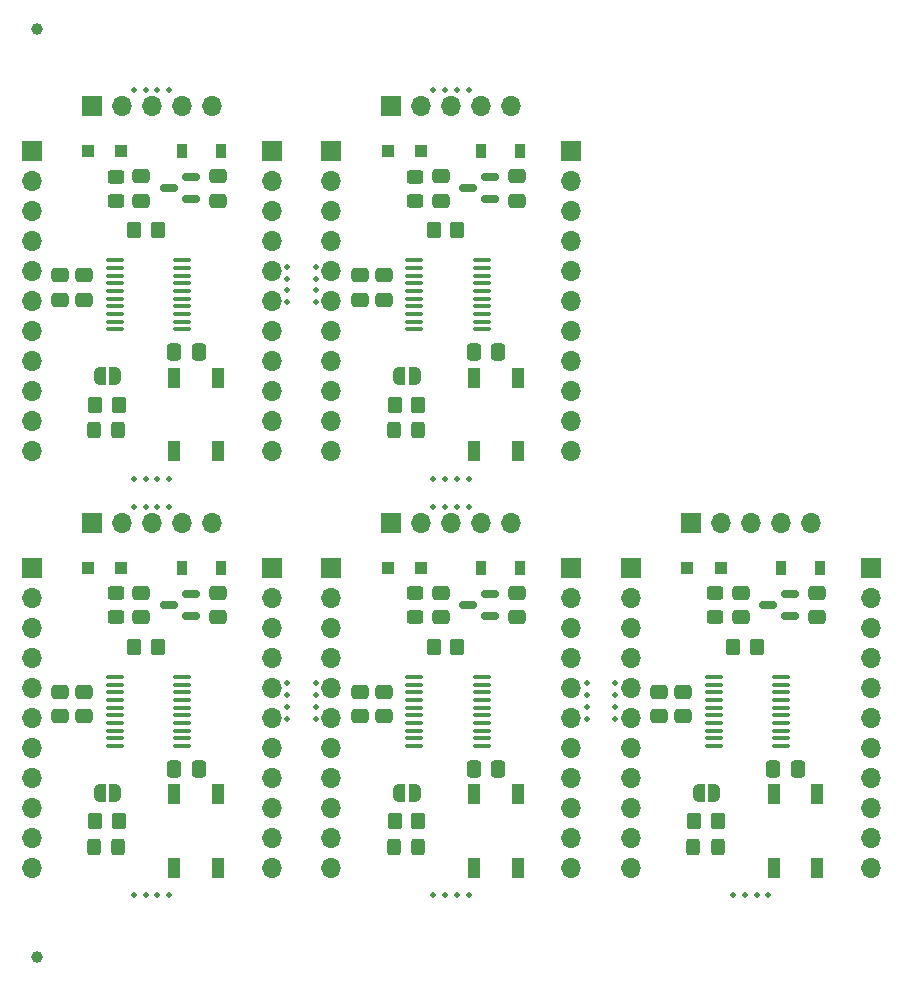
<source format=gbr>
%TF.GenerationSoftware,KiCad,Pcbnew,(6.0.8)*%
%TF.CreationDate,2022-11-08T11:05:07+01:00*%
%TF.ProjectId,STM32G030F6P6,53544d33-3247-4303-9330-463650362e6b,2.0*%
%TF.SameCoordinates,Original*%
%TF.FileFunction,Soldermask,Top*%
%TF.FilePolarity,Negative*%
%FSLAX46Y46*%
G04 Gerber Fmt 4.6, Leading zero omitted, Abs format (unit mm)*
G04 Created by KiCad (PCBNEW (6.0.8)) date 2022-11-08 11:05:07*
%MOMM*%
%LPD*%
G01*
G04 APERTURE LIST*
G04 Aperture macros list*
%AMRoundRect*
0 Rectangle with rounded corners*
0 $1 Rounding radius*
0 $2 $3 $4 $5 $6 $7 $8 $9 X,Y pos of 4 corners*
0 Add a 4 corners polygon primitive as box body*
4,1,4,$2,$3,$4,$5,$6,$7,$8,$9,$2,$3,0*
0 Add four circle primitives for the rounded corners*
1,1,$1+$1,$2,$3*
1,1,$1+$1,$4,$5*
1,1,$1+$1,$6,$7*
1,1,$1+$1,$8,$9*
0 Add four rect primitives between the rounded corners*
20,1,$1+$1,$2,$3,$4,$5,0*
20,1,$1+$1,$4,$5,$6,$7,0*
20,1,$1+$1,$6,$7,$8,$9,0*
20,1,$1+$1,$8,$9,$2,$3,0*%
%AMFreePoly0*
4,1,22,0.500000,-0.750000,0.000000,-0.750000,0.000000,-0.745033,-0.079941,-0.743568,-0.215256,-0.701293,-0.333266,-0.622738,-0.424486,-0.514219,-0.481581,-0.384460,-0.499164,-0.250000,-0.500000,-0.250000,-0.500000,0.250000,-0.499164,0.250000,-0.499963,0.256109,-0.478152,0.396186,-0.417904,0.524511,-0.324060,0.630769,-0.204165,0.706417,-0.067858,0.745374,0.000000,0.744959,0.000000,0.750000,
0.500000,0.750000,0.500000,-0.750000,0.500000,-0.750000,$1*%
%AMFreePoly1*
4,1,20,0.000000,0.744959,0.073905,0.744508,0.209726,0.703889,0.328688,0.626782,0.421226,0.519385,0.479903,0.390333,0.500000,0.250000,0.500000,-0.250000,0.499851,-0.262216,0.476331,-0.402017,0.414519,-0.529596,0.319384,-0.634700,0.198574,-0.708877,0.061801,-0.746166,0.000000,-0.745033,0.000000,-0.750000,-0.500000,-0.750000,-0.500000,0.750000,0.000000,0.750000,0.000000,0.744959,
0.000000,0.744959,$1*%
G04 Aperture macros list end*
%ADD10R,1.700000X1.700000*%
%ADD11O,1.700000X1.700000*%
%ADD12RoundRect,0.250000X-0.475000X0.337500X-0.475000X-0.337500X0.475000X-0.337500X0.475000X0.337500X0*%
%ADD13RoundRect,0.250000X0.337500X0.475000X-0.337500X0.475000X-0.337500X-0.475000X0.337500X-0.475000X0*%
%ADD14C,0.500000*%
%ADD15RoundRect,0.250000X0.350000X0.450000X-0.350000X0.450000X-0.350000X-0.450000X0.350000X-0.450000X0*%
%ADD16R,0.900000X1.200000*%
%ADD17R,1.100000X1.100000*%
%ADD18RoundRect,0.150000X0.587500X0.150000X-0.587500X0.150000X-0.587500X-0.150000X0.587500X-0.150000X0*%
%ADD19RoundRect,0.100000X-0.637500X-0.100000X0.637500X-0.100000X0.637500X0.100000X-0.637500X0.100000X0*%
%ADD20R,1.100000X1.800000*%
%ADD21C,1.000000*%
%ADD22RoundRect,0.250000X-0.350000X-0.450000X0.350000X-0.450000X0.350000X0.450000X-0.350000X0.450000X0*%
%ADD23RoundRect,0.250000X0.450000X-0.325000X0.450000X0.325000X-0.450000X0.325000X-0.450000X-0.325000X0*%
%ADD24FreePoly0,0.000000*%
%ADD25FreePoly1,0.000000*%
%ADD26RoundRect,0.250000X-0.325000X-0.450000X0.325000X-0.450000X0.325000X0.450000X-0.325000X0.450000X0*%
G04 APERTURE END LIST*
D10*
%TO.C,J2*%
X72340000Y-58798000D03*
D11*
X74880000Y-58798000D03*
X77420000Y-58798000D03*
X79960000Y-58798000D03*
X82500000Y-58798000D03*
%TD*%
D12*
%TO.C,C3*%
X32295100Y-64759600D03*
X32295100Y-66834600D03*
%TD*%
D13*
%TO.C,C4*%
X30664000Y-44352000D03*
X28589000Y-44352000D03*
%TD*%
D12*
%TO.C,C3*%
X32295100Y-29485600D03*
X32295100Y-31560600D03*
%TD*%
D14*
%TO.C,REF\u002A\u002A*%
X53551973Y-22201475D03*
%TD*%
D15*
%TO.C,R1*%
X52560000Y-69339000D03*
X50560000Y-69339000D03*
%TD*%
D14*
%TO.C,REF\u002A\u002A*%
X53551973Y-57475474D03*
%TD*%
%TO.C,REF\u002A\u002A*%
X63534852Y-72410982D03*
%TD*%
D12*
%TO.C,C1*%
X18937000Y-37853500D03*
X18937000Y-39928500D03*
%TD*%
D16*
%TO.C,D1*%
X54592000Y-62608000D03*
X57892000Y-62608000D03*
%TD*%
D10*
%TO.C,J2*%
X46972000Y-58798000D03*
D11*
X49512000Y-58798000D03*
X52052000Y-58798000D03*
X54592000Y-58798000D03*
X57132000Y-58798000D03*
%TD*%
D12*
%TO.C,C1*%
X44305000Y-73127500D03*
X44305000Y-75202500D03*
%TD*%
D17*
%TO.C,D2*%
X21321600Y-62608000D03*
X24121600Y-62608000D03*
%TD*%
D12*
%TO.C,C5*%
X25818100Y-29485600D03*
X25818100Y-31560600D03*
%TD*%
D14*
%TO.C,REF\u002A\u002A*%
X77920026Y-90346789D03*
%TD*%
%TO.C,REF\u002A\u002A*%
X52551973Y-57475342D03*
%TD*%
%TO.C,REF\u002A\u002A*%
X51551973Y-22201211D03*
%TD*%
%TO.C,REF\u002A\u002A*%
X78920026Y-90346920D03*
%TD*%
%TO.C,REF\u002A\u002A*%
X75920026Y-90346525D03*
%TD*%
D12*
%TO.C,C5*%
X76554100Y-64759600D03*
X76554100Y-66834600D03*
%TD*%
D14*
%TO.C,REF\u002A\u002A*%
X40569322Y-73411017D03*
%TD*%
D12*
%TO.C,C3*%
X57663100Y-64759600D03*
X57663100Y-66834600D03*
%TD*%
D14*
%TO.C,REF\u002A\u002A*%
X26183974Y-57475210D03*
%TD*%
%TO.C,REF\u002A\u002A*%
X40569322Y-38137018D03*
%TD*%
D18*
%TO.C,U1*%
X30009100Y-31433600D03*
X30009100Y-29533600D03*
X28134100Y-30483600D03*
%TD*%
D19*
%TO.C,U2*%
X23551500Y-71875000D03*
X23551500Y-72525000D03*
X23551500Y-73175000D03*
X23551500Y-73825000D03*
X23551500Y-74475000D03*
X23551500Y-75125000D03*
X23551500Y-75775000D03*
X23551500Y-76425000D03*
X23551500Y-77075000D03*
X23551500Y-77725000D03*
X29276500Y-77725000D03*
X29276500Y-77075000D03*
X29276500Y-76425000D03*
X29276500Y-75775000D03*
X29276500Y-75125000D03*
X29276500Y-74475000D03*
X29276500Y-73825000D03*
X29276500Y-73175000D03*
X29276500Y-72525000D03*
X29276500Y-71875000D03*
%TD*%
D17*
%TO.C,D2*%
X72057600Y-62608000D03*
X74857600Y-62608000D03*
%TD*%
D14*
%TO.C,REF\u002A\u002A*%
X51551973Y-57475210D03*
%TD*%
D12*
%TO.C,C3*%
X57663100Y-29485600D03*
X57663100Y-31560600D03*
%TD*%
D20*
%TO.C,SW1*%
X28628000Y-46534000D03*
X28628000Y-52734000D03*
X32328000Y-46534000D03*
X32328000Y-52734000D03*
%TD*%
D14*
%TO.C,REF\u002A\u002A*%
X38166589Y-40136982D03*
%TD*%
D18*
%TO.C,U1*%
X55377100Y-66707600D03*
X55377100Y-64807600D03*
X53502100Y-65757600D03*
%TD*%
D13*
%TO.C,C4*%
X30664000Y-79626000D03*
X28589000Y-79626000D03*
%TD*%
D21*
%TO.C,REF\u002A\u002A*%
X17000000Y-17000000D03*
%TD*%
D14*
%TO.C,REF\u002A\u002A*%
X76920026Y-90346657D03*
%TD*%
D10*
%TO.C,J2*%
X21604000Y-58798000D03*
D11*
X24144000Y-58798000D03*
X26684000Y-58798000D03*
X29224000Y-58798000D03*
X31764000Y-58798000D03*
%TD*%
D10*
%TO.C,J2*%
X46972000Y-23524000D03*
D11*
X49512000Y-23524000D03*
X52052000Y-23524000D03*
X54592000Y-23524000D03*
X57132000Y-23524000D03*
%TD*%
D22*
%TO.C,R2*%
X21890000Y-48822400D03*
X23890000Y-48822400D03*
%TD*%
D13*
%TO.C,C4*%
X56032000Y-44352000D03*
X53957000Y-44352000D03*
%TD*%
D14*
%TO.C,REF\u002A\u002A*%
X25184027Y-90346525D03*
%TD*%
%TO.C,REF\u002A\u002A*%
X40569410Y-37137018D03*
%TD*%
D12*
%TO.C,C5*%
X51186100Y-64759600D03*
X51186100Y-66834600D03*
%TD*%
D20*
%TO.C,SW1*%
X28628000Y-81808000D03*
X28628000Y-88008000D03*
X32328000Y-81808000D03*
X32328000Y-88008000D03*
%TD*%
D22*
%TO.C,R2*%
X72626000Y-84096400D03*
X74626000Y-84096400D03*
%TD*%
D14*
%TO.C,REF\u002A\u002A*%
X25183974Y-57475079D03*
%TD*%
D12*
%TO.C,C2*%
X46337000Y-37853500D03*
X46337000Y-39928500D03*
%TD*%
D14*
%TO.C,REF\u002A\u002A*%
X25183974Y-22201080D03*
%TD*%
D23*
%TO.C,D3*%
X23659100Y-31560600D03*
X23659100Y-29510600D03*
%TD*%
D24*
%TO.C,JP1*%
X73021200Y-81658000D03*
D25*
X74321200Y-81658000D03*
%TD*%
D14*
%TO.C,REF\u002A\u002A*%
X27183973Y-22201343D03*
%TD*%
D18*
%TO.C,U1*%
X80745100Y-66707600D03*
X80745100Y-64807600D03*
X78870100Y-65757600D03*
%TD*%
D14*
%TO.C,REF\u002A\u002A*%
X27183973Y-57475342D03*
%TD*%
D20*
%TO.C,SW1*%
X53996000Y-46534000D03*
X53996000Y-52734000D03*
X57696000Y-46534000D03*
X57696000Y-52734000D03*
%TD*%
D14*
%TO.C,REF\u002A\u002A*%
X26184027Y-55072657D03*
%TD*%
%TO.C,REF\u002A\u002A*%
X28184026Y-90346920D03*
%TD*%
D15*
%TO.C,R1*%
X77928000Y-69339000D03*
X75928000Y-69339000D03*
%TD*%
D14*
%TO.C,REF\u002A\u002A*%
X53552026Y-55072920D03*
%TD*%
D19*
%TO.C,U2*%
X48919500Y-71875000D03*
X48919500Y-72525000D03*
X48919500Y-73175000D03*
X48919500Y-73825000D03*
X48919500Y-74475000D03*
X48919500Y-75125000D03*
X48919500Y-75775000D03*
X48919500Y-76425000D03*
X48919500Y-77075000D03*
X48919500Y-77725000D03*
X54644500Y-77725000D03*
X54644500Y-77075000D03*
X54644500Y-76425000D03*
X54644500Y-75775000D03*
X54644500Y-75125000D03*
X54644500Y-74475000D03*
X54644500Y-73825000D03*
X54644500Y-73175000D03*
X54644500Y-72525000D03*
X54644500Y-71875000D03*
%TD*%
D14*
%TO.C,REF\u002A\u002A*%
X52551973Y-22201343D03*
%TD*%
%TO.C,REF\u002A\u002A*%
X38166677Y-39136982D03*
%TD*%
D19*
%TO.C,U2*%
X23551500Y-36601000D03*
X23551500Y-37251000D03*
X23551500Y-37901000D03*
X23551500Y-38551000D03*
X23551500Y-39201000D03*
X23551500Y-39851000D03*
X23551500Y-40501000D03*
X23551500Y-41151000D03*
X23551500Y-41801000D03*
X23551500Y-42451000D03*
X29276500Y-42451000D03*
X29276500Y-41801000D03*
X29276500Y-41151000D03*
X29276500Y-40501000D03*
X29276500Y-39851000D03*
X29276500Y-39201000D03*
X29276500Y-38551000D03*
X29276500Y-37901000D03*
X29276500Y-37251000D03*
X29276500Y-36601000D03*
%TD*%
D22*
%TO.C,R2*%
X21890000Y-84096400D03*
X23890000Y-84096400D03*
%TD*%
D13*
%TO.C,C4*%
X81400000Y-79626000D03*
X79325000Y-79626000D03*
%TD*%
D14*
%TO.C,REF\u002A\u002A*%
X26184027Y-90346657D03*
%TD*%
%TO.C,REF\u002A\u002A*%
X38166852Y-72410982D03*
%TD*%
D22*
%TO.C,R2*%
X47258000Y-84096400D03*
X49258000Y-84096400D03*
%TD*%
D19*
%TO.C,U2*%
X48919500Y-36601000D03*
X48919500Y-37251000D03*
X48919500Y-37901000D03*
X48919500Y-38551000D03*
X48919500Y-39201000D03*
X48919500Y-39851000D03*
X48919500Y-40501000D03*
X48919500Y-41151000D03*
X48919500Y-41801000D03*
X48919500Y-42451000D03*
X54644500Y-42451000D03*
X54644500Y-41801000D03*
X54644500Y-41151000D03*
X54644500Y-40501000D03*
X54644500Y-39851000D03*
X54644500Y-39201000D03*
X54644500Y-38551000D03*
X54644500Y-37901000D03*
X54644500Y-37251000D03*
X54644500Y-36601000D03*
%TD*%
D14*
%TO.C,REF\u002A\u002A*%
X38166852Y-37136983D03*
%TD*%
D24*
%TO.C,JP1*%
X22285200Y-81658000D03*
D25*
X23585200Y-81658000D03*
%TD*%
D14*
%TO.C,REF\u002A\u002A*%
X51552026Y-55072657D03*
%TD*%
%TO.C,REF\u002A\u002A*%
X52552026Y-90346789D03*
%TD*%
%TO.C,REF\u002A\u002A*%
X65937147Y-75411017D03*
%TD*%
%TO.C,REF\u002A\u002A*%
X63534677Y-74410982D03*
%TD*%
%TO.C,REF\u002A\u002A*%
X40569147Y-40137017D03*
%TD*%
D16*
%TO.C,D1*%
X29224000Y-27334000D03*
X32524000Y-27334000D03*
%TD*%
D20*
%TO.C,SW1*%
X79364000Y-81808000D03*
X79364000Y-88008000D03*
X83064000Y-88008000D03*
X83064000Y-81808000D03*
%TD*%
D14*
%TO.C,REF\u002A\u002A*%
X28183973Y-57475474D03*
%TD*%
%TO.C,REF\u002A\u002A*%
X38166677Y-74410982D03*
%TD*%
D17*
%TO.C,D2*%
X21321600Y-27334000D03*
X24121600Y-27334000D03*
%TD*%
D24*
%TO.C,JP1*%
X22285200Y-46384000D03*
D25*
X23585200Y-46384000D03*
%TD*%
D15*
%TO.C,R1*%
X27192000Y-34065000D03*
X25192000Y-34065000D03*
%TD*%
D26*
%TO.C,D4*%
X21824000Y-86230000D03*
X23874000Y-86230000D03*
%TD*%
D21*
%TO.C,REF\u002A\u002A*%
X17000000Y-95548000D03*
%TD*%
D13*
%TO.C,C4*%
X56032000Y-79626000D03*
X53957000Y-79626000D03*
%TD*%
D12*
%TO.C,C3*%
X83031100Y-64759600D03*
X83031100Y-66834600D03*
%TD*%
%TO.C,C2*%
X46337000Y-73127500D03*
X46337000Y-75202500D03*
%TD*%
D14*
%TO.C,REF\u002A\u002A*%
X40569147Y-75411017D03*
%TD*%
D16*
%TO.C,D1*%
X29224000Y-62608000D03*
X32524000Y-62608000D03*
%TD*%
D12*
%TO.C,C1*%
X44305000Y-37853500D03*
X44305000Y-39928500D03*
%TD*%
D23*
%TO.C,D3*%
X23659100Y-66834600D03*
X23659100Y-64784600D03*
%TD*%
D18*
%TO.C,U1*%
X55377100Y-31433600D03*
X55377100Y-29533600D03*
X53502100Y-30483600D03*
%TD*%
D26*
%TO.C,D4*%
X47192000Y-50956000D03*
X49242000Y-50956000D03*
%TD*%
D24*
%TO.C,JP1*%
X47653200Y-81658000D03*
D25*
X48953200Y-81658000D03*
%TD*%
D12*
%TO.C,C2*%
X20969000Y-73127500D03*
X20969000Y-75202500D03*
%TD*%
D14*
%TO.C,REF\u002A\u002A*%
X52552026Y-55072789D03*
%TD*%
%TO.C,REF\u002A\u002A*%
X27184026Y-55072789D03*
%TD*%
%TO.C,REF\u002A\u002A*%
X50552026Y-90346525D03*
%TD*%
%TO.C,REF\u002A\u002A*%
X40569235Y-74411017D03*
%TD*%
D23*
%TO.C,D3*%
X49027100Y-66834600D03*
X49027100Y-64784600D03*
%TD*%
D14*
%TO.C,REF\u002A\u002A*%
X50552026Y-55072525D03*
%TD*%
D12*
%TO.C,C5*%
X51186100Y-29485600D03*
X51186100Y-31560600D03*
%TD*%
D17*
%TO.C,D2*%
X46689600Y-62608000D03*
X49489600Y-62608000D03*
%TD*%
D14*
%TO.C,REF\u002A\u002A*%
X65937235Y-74411017D03*
%TD*%
D23*
%TO.C,D3*%
X74395100Y-66834600D03*
X74395100Y-64784600D03*
%TD*%
D14*
%TO.C,REF\u002A\u002A*%
X63534589Y-75410982D03*
%TD*%
%TO.C,REF\u002A\u002A*%
X38166764Y-38136983D03*
%TD*%
%TO.C,REF\u002A\u002A*%
X65937410Y-72411017D03*
%TD*%
D20*
%TO.C,SW1*%
X53996000Y-81808000D03*
X53996000Y-88008000D03*
X57696000Y-88008000D03*
X57696000Y-81808000D03*
%TD*%
D17*
%TO.C,D2*%
X46689600Y-27334000D03*
X49489600Y-27334000D03*
%TD*%
D12*
%TO.C,C2*%
X20969000Y-37853500D03*
X20969000Y-39928500D03*
%TD*%
D10*
%TO.C,J2*%
X21604000Y-23524000D03*
D11*
X24144000Y-23524000D03*
X26684000Y-23524000D03*
X29224000Y-23524000D03*
X31764000Y-23524000D03*
%TD*%
D12*
%TO.C,C5*%
X25818100Y-64759600D03*
X25818100Y-66834600D03*
%TD*%
D15*
%TO.C,R1*%
X27192000Y-69339000D03*
X25192000Y-69339000D03*
%TD*%
D14*
%TO.C,REF\u002A\u002A*%
X25184027Y-55072525D03*
%TD*%
%TO.C,REF\u002A\u002A*%
X28183973Y-22201475D03*
%TD*%
%TO.C,REF\u002A\u002A*%
X38166589Y-75410982D03*
%TD*%
D16*
%TO.C,D1*%
X54592000Y-27334000D03*
X57892000Y-27334000D03*
%TD*%
D12*
%TO.C,C2*%
X71705000Y-73127500D03*
X71705000Y-75202500D03*
%TD*%
D24*
%TO.C,JP1*%
X47653200Y-46384000D03*
D25*
X48953200Y-46384000D03*
%TD*%
D15*
%TO.C,R1*%
X52560000Y-34065000D03*
X50560000Y-34065000D03*
%TD*%
D14*
%TO.C,REF\u002A\u002A*%
X50551973Y-22201080D03*
%TD*%
%TO.C,REF\u002A\u002A*%
X27184026Y-90346789D03*
%TD*%
D12*
%TO.C,C1*%
X69673000Y-73127500D03*
X69673000Y-75202500D03*
%TD*%
D22*
%TO.C,R2*%
X47258000Y-48822400D03*
X49258000Y-48822400D03*
%TD*%
D14*
%TO.C,REF\u002A\u002A*%
X26183974Y-22201211D03*
%TD*%
%TO.C,REF\u002A\u002A*%
X28184026Y-55072920D03*
%TD*%
%TO.C,REF\u002A\u002A*%
X51552026Y-90346657D03*
%TD*%
%TO.C,REF\u002A\u002A*%
X50551973Y-57475079D03*
%TD*%
D23*
%TO.C,D3*%
X49027100Y-31560600D03*
X49027100Y-29510600D03*
%TD*%
D26*
%TO.C,D4*%
X72560000Y-86230000D03*
X74610000Y-86230000D03*
%TD*%
D14*
%TO.C,REF\u002A\u002A*%
X65937322Y-73411017D03*
%TD*%
D18*
%TO.C,U1*%
X30009100Y-66707600D03*
X30009100Y-64807600D03*
X28134100Y-65757600D03*
%TD*%
D26*
%TO.C,D4*%
X21824000Y-50956000D03*
X23874000Y-50956000D03*
%TD*%
D16*
%TO.C,D1*%
X79960000Y-62608000D03*
X83260000Y-62608000D03*
%TD*%
D14*
%TO.C,REF\u002A\u002A*%
X40569235Y-39137017D03*
%TD*%
%TO.C,REF\u002A\u002A*%
X63534764Y-73410982D03*
%TD*%
%TO.C,REF\u002A\u002A*%
X40569410Y-72411017D03*
%TD*%
%TO.C,REF\u002A\u002A*%
X53552026Y-90346920D03*
%TD*%
D12*
%TO.C,C1*%
X18937000Y-73127500D03*
X18937000Y-75202500D03*
%TD*%
D26*
%TO.C,D4*%
X47192000Y-86230000D03*
X49242000Y-86230000D03*
%TD*%
D19*
%TO.C,U2*%
X74287500Y-71875000D03*
X74287500Y-72525000D03*
X74287500Y-73175000D03*
X74287500Y-73825000D03*
X74287500Y-74475000D03*
X74287500Y-75125000D03*
X74287500Y-75775000D03*
X74287500Y-76425000D03*
X74287500Y-77075000D03*
X74287500Y-77725000D03*
X80012500Y-77725000D03*
X80012500Y-77075000D03*
X80012500Y-76425000D03*
X80012500Y-75775000D03*
X80012500Y-75125000D03*
X80012500Y-74475000D03*
X80012500Y-73825000D03*
X80012500Y-73175000D03*
X80012500Y-72525000D03*
X80012500Y-71875000D03*
%TD*%
D14*
%TO.C,REF\u002A\u002A*%
X38166764Y-73410982D03*
%TD*%
D10*
%TO.C,J3*%
X62212000Y-62608000D03*
D11*
X62212000Y-65148000D03*
X62212000Y-67688000D03*
X62212000Y-70228000D03*
X62212000Y-72768000D03*
X62212000Y-75308000D03*
X62212000Y-77848000D03*
X62212000Y-80388000D03*
X62212000Y-82928000D03*
X62212000Y-85468000D03*
X62212000Y-88008000D03*
%TD*%
D10*
%TO.C,J3*%
X36844000Y-62608000D03*
D11*
X36844000Y-65148000D03*
X36844000Y-67688000D03*
X36844000Y-70228000D03*
X36844000Y-72768000D03*
X36844000Y-75308000D03*
X36844000Y-77848000D03*
X36844000Y-80388000D03*
X36844000Y-82928000D03*
X36844000Y-85468000D03*
X36844000Y-88008000D03*
%TD*%
D10*
%TO.C,J3*%
X87580000Y-62608000D03*
D11*
X87580000Y-65148000D03*
X87580000Y-67688000D03*
X87580000Y-70228000D03*
X87580000Y-72768000D03*
X87580000Y-75308000D03*
X87580000Y-77848000D03*
X87580000Y-80388000D03*
X87580000Y-82928000D03*
X87580000Y-85468000D03*
X87580000Y-88008000D03*
%TD*%
D10*
%TO.C,J1*%
X16524000Y-27334000D03*
D11*
X16524000Y-29874000D03*
X16524000Y-32414000D03*
X16524000Y-34954000D03*
X16524000Y-37494000D03*
X16524000Y-40034000D03*
X16524000Y-42574000D03*
X16524000Y-45114000D03*
X16524000Y-47654000D03*
X16524000Y-50194000D03*
X16524000Y-52734000D03*
%TD*%
D10*
%TO.C,J1*%
X67260000Y-62608000D03*
D11*
X67260000Y-65148000D03*
X67260000Y-67688000D03*
X67260000Y-70228000D03*
X67260000Y-72768000D03*
X67260000Y-75308000D03*
X67260000Y-77848000D03*
X67260000Y-80388000D03*
X67260000Y-82928000D03*
X67260000Y-85468000D03*
X67260000Y-88008000D03*
%TD*%
D10*
%TO.C,J1*%
X16524000Y-62608000D03*
D11*
X16524000Y-65148000D03*
X16524000Y-67688000D03*
X16524000Y-70228000D03*
X16524000Y-72768000D03*
X16524000Y-75308000D03*
X16524000Y-77848000D03*
X16524000Y-80388000D03*
X16524000Y-82928000D03*
X16524000Y-85468000D03*
X16524000Y-88008000D03*
%TD*%
D10*
%TO.C,J1*%
X41892000Y-62608000D03*
D11*
X41892000Y-65148000D03*
X41892000Y-67688000D03*
X41892000Y-70228000D03*
X41892000Y-72768000D03*
X41892000Y-75308000D03*
X41892000Y-77848000D03*
X41892000Y-80388000D03*
X41892000Y-82928000D03*
X41892000Y-85468000D03*
X41892000Y-88008000D03*
%TD*%
D10*
%TO.C,J3*%
X62212000Y-27334000D03*
D11*
X62212000Y-29874000D03*
X62212000Y-32414000D03*
X62212000Y-34954000D03*
X62212000Y-37494000D03*
X62212000Y-40034000D03*
X62212000Y-42574000D03*
X62212000Y-45114000D03*
X62212000Y-47654000D03*
X62212000Y-50194000D03*
X62212000Y-52734000D03*
%TD*%
D10*
%TO.C,J1*%
X41892000Y-27334000D03*
D11*
X41892000Y-29874000D03*
X41892000Y-32414000D03*
X41892000Y-34954000D03*
X41892000Y-37494000D03*
X41892000Y-40034000D03*
X41892000Y-42574000D03*
X41892000Y-45114000D03*
X41892000Y-47654000D03*
X41892000Y-50194000D03*
X41892000Y-52734000D03*
%TD*%
D10*
%TO.C,J3*%
X36844000Y-27334000D03*
D11*
X36844000Y-29874000D03*
X36844000Y-32414000D03*
X36844000Y-34954000D03*
X36844000Y-37494000D03*
X36844000Y-40034000D03*
X36844000Y-42574000D03*
X36844000Y-45114000D03*
X36844000Y-47654000D03*
X36844000Y-50194000D03*
X36844000Y-52734000D03*
%TD*%
M02*

</source>
